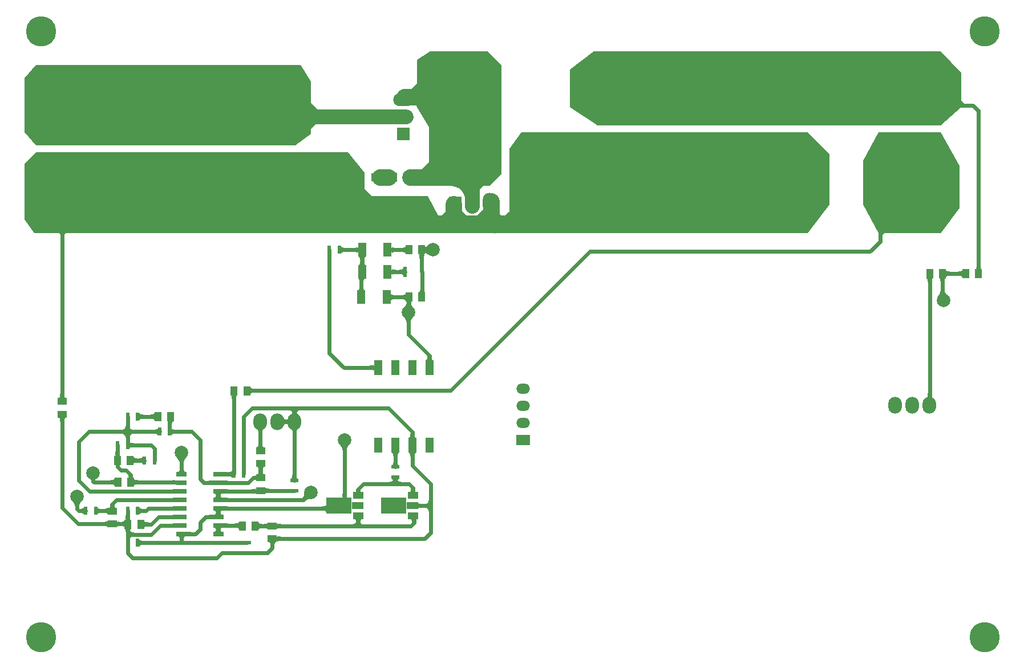
<source format=gtl>
G04 Layer_Physical_Order=1*
G04 Layer_Color=255*
%FSAX23Y23*%
%MOIN*%
G70*
G01*
G75*
%ADD10R,0.039X0.057*%
%ADD11R,0.020X0.049*%
%ADD12R,0.049X0.020*%
%ADD13R,0.041X0.136*%
%ADD14R,0.079X0.161*%
%ADD15R,0.057X0.039*%
%ADD16R,0.059X0.039*%
%ADD17R,0.067X0.039*%
%ADD18R,0.150X0.098*%
%ADD19R,0.051X0.087*%
%ADD20R,0.020X0.063*%
%ADD21R,0.049X0.079*%
%ADD22R,0.060X0.026*%
%ADD23C,0.024*%
%ADD24C,0.098*%
%ADD25C,0.087*%
G04:AMPARAMS|DCode=26|XSize=90mil|YSize=21mil|CornerRadius=0mil|HoleSize=0mil|Usage=FLASHONLY|Rotation=135.000|XOffset=0mil|YOffset=0mil|HoleType=Round|Shape=Rectangle|*
%AMROTATEDRECTD26*
4,1,4,0.039,-0.025,0.025,-0.039,-0.039,0.025,-0.025,0.039,0.039,-0.025,0.0*
%
%ADD26ROTATEDRECTD26*%

G04:AMPARAMS|DCode=27|XSize=51mil|YSize=16mil|CornerRadius=0mil|HoleSize=0mil|Usage=FLASHONLY|Rotation=45.000|XOffset=0mil|YOffset=0mil|HoleType=Round|Shape=Rectangle|*
%AMROTATEDRECTD27*
4,1,4,-0.012,-0.024,-0.024,-0.012,0.012,0.024,0.024,0.012,-0.012,-0.024,0.0*
%
%ADD27ROTATEDRECTD27*%

G04:AMPARAMS|DCode=28|XSize=20mil|YSize=77mil|CornerRadius=0mil|HoleSize=0mil|Usage=FLASHONLY|Rotation=225.000|XOffset=0mil|YOffset=0mil|HoleType=Round|Shape=Rectangle|*
%AMROTATEDRECTD28*
4,1,4,-0.020,0.034,0.034,-0.020,0.020,-0.034,-0.034,0.020,-0.020,0.034,0.0*
%
%ADD28ROTATEDRECTD28*%

G04:AMPARAMS|DCode=29|XSize=10mil|YSize=30mil|CornerRadius=0mil|HoleSize=0mil|Usage=FLASHONLY|Rotation=135.000|XOffset=0mil|YOffset=0mil|HoleType=Round|Shape=Rectangle|*
%AMROTATEDRECTD29*
4,1,4,0.014,0.007,-0.007,-0.014,-0.014,-0.007,0.007,0.014,0.014,0.007,0.0*
%
%ADD29ROTATEDRECTD29*%

G04:AMPARAMS|DCode=30|XSize=10mil|YSize=98mil|CornerRadius=0mil|HoleSize=0mil|Usage=FLASHONLY|Rotation=135.000|XOffset=0mil|YOffset=0mil|HoleType=Round|Shape=Rectangle|*
%AMROTATEDRECTD30*
4,1,4,0.038,0.031,-0.031,-0.038,-0.038,-0.031,0.031,0.038,0.038,0.031,0.0*
%
%ADD30ROTATEDRECTD30*%

G04:AMPARAMS|DCode=31|XSize=10mil|YSize=98mil|CornerRadius=0mil|HoleSize=0mil|Usage=FLASHONLY|Rotation=45.000|XOffset=0mil|YOffset=0mil|HoleType=Round|Shape=Rectangle|*
%AMROTATEDRECTD31*
4,1,4,0.031,-0.038,-0.038,0.031,-0.031,0.038,0.038,-0.031,0.031,-0.038,0.0*
%
%ADD31ROTATEDRECTD31*%

G04:AMPARAMS|DCode=32|XSize=90mil|YSize=21mil|CornerRadius=0mil|HoleSize=0mil|Usage=FLASHONLY|Rotation=45.000|XOffset=0mil|YOffset=0mil|HoleType=Round|Shape=Rectangle|*
%AMROTATEDRECTD32*
4,1,4,-0.025,-0.039,-0.039,-0.025,0.025,0.039,0.039,0.025,-0.025,-0.039,0.0*
%
%ADD32ROTATEDRECTD32*%

G04:AMPARAMS|DCode=33|XSize=148mil|YSize=69mil|CornerRadius=0mil|HoleSize=0mil|Usage=FLASHONLY|Rotation=135.000|XOffset=0mil|YOffset=0mil|HoleType=Round|Shape=Rectangle|*
%AMROTATEDRECTD33*
4,1,4,0.077,-0.028,0.028,-0.077,-0.077,0.028,-0.028,0.077,0.077,-0.028,0.0*
%
%ADD33ROTATEDRECTD33*%

G04:AMPARAMS|DCode=34|XSize=42mil|YSize=42mil|CornerRadius=0mil|HoleSize=0mil|Usage=FLASHONLY|Rotation=45.000|XOffset=0mil|YOffset=0mil|HoleType=Round|Shape=Rectangle|*
%AMROTATEDRECTD34*
4,1,4,0.000,-0.030,-0.030,0.000,0.000,0.030,0.030,0.000,0.000,-0.030,0.0*
%
%ADD34ROTATEDRECTD34*%

G04:AMPARAMS|DCode=35|XSize=35mil|YSize=132mil|CornerRadius=0mil|HoleSize=0mil|Usage=FLASHONLY|Rotation=135.000|XOffset=0mil|YOffset=0mil|HoleType=Round|Shape=Rectangle|*
%AMROTATEDRECTD35*
4,1,4,0.059,0.034,-0.034,-0.059,-0.059,-0.034,0.034,0.059,0.059,0.034,0.0*
%
%ADD35ROTATEDRECTD35*%

G04:AMPARAMS|DCode=36|XSize=78mil|YSize=69mil|CornerRadius=0mil|HoleSize=0mil|Usage=FLASHONLY|Rotation=225.000|XOffset=0mil|YOffset=0mil|HoleType=Round|Shape=Rectangle|*
%AMROTATEDRECTD36*
4,1,4,0.003,0.052,0.052,0.003,-0.003,-0.052,-0.052,-0.003,0.003,0.052,0.0*
%
%ADD36ROTATEDRECTD36*%

G04:AMPARAMS|DCode=37|XSize=126mil|YSize=31mil|CornerRadius=0mil|HoleSize=0mil|Usage=FLASHONLY|Rotation=135.000|XOffset=0mil|YOffset=0mil|HoleType=Round|Shape=Rectangle|*
%AMROTATEDRECTD37*
4,1,4,0.056,-0.033,0.033,-0.056,-0.056,0.033,-0.033,0.056,0.056,-0.033,0.0*
%
%ADD37ROTATEDRECTD37*%

G04:AMPARAMS|DCode=38|XSize=126mil|YSize=31mil|CornerRadius=0mil|HoleSize=0mil|Usage=FLASHONLY|Rotation=225.000|XOffset=0mil|YOffset=0mil|HoleType=Round|Shape=Rectangle|*
%AMROTATEDRECTD38*
4,1,4,0.033,0.056,0.056,0.033,-0.033,-0.056,-0.056,-0.033,0.033,0.056,0.0*
%
%ADD38ROTATEDRECTD38*%

G04:AMPARAMS|DCode=39|XSize=126mil|YSize=15mil|CornerRadius=0mil|HoleSize=0mil|Usage=FLASHONLY|Rotation=315.000|XOffset=0mil|YOffset=0mil|HoleType=Round|Shape=Rectangle|*
%AMROTATEDRECTD39*
4,1,4,-0.050,0.039,-0.039,0.050,0.050,-0.039,0.039,-0.050,-0.050,0.039,0.0*
%
%ADD39ROTATEDRECTD39*%

%ADD40C,0.112*%
%ADD41O,0.079X0.098*%
%ADD42C,0.177*%
%ADD43C,0.157*%
%ADD44O,0.118X0.074*%
%ADD45R,0.074X0.074*%
%ADD46R,0.078X0.078*%
%ADD47O,0.078X0.118*%
%ADD48R,0.079X0.059*%
%ADD49O,0.079X0.059*%
%ADD50C,0.079*%
G36*
X02460Y02039D02*
X02460Y02039D01*
X02459Y02040D01*
X02458Y02041D01*
X02456Y02041D01*
X02454Y02042D01*
X02451Y02042D01*
X02445Y02042D01*
X02436Y02043D01*
Y02066D01*
X02441Y02066D01*
X02445Y02067D01*
X02448Y02067D01*
X02451Y02068D01*
X02454Y02069D01*
X02456Y02070D01*
X02458Y02072D01*
X02459Y02074D01*
X02460Y02076D01*
X02460Y02078D01*
Y02039D01*
D02*
G37*
G36*
X02990Y02038D02*
X02991Y02034D01*
X02991Y02030D01*
X02992Y02027D01*
X02993Y02025D01*
X02995Y02022D01*
X02996Y02021D01*
X02998Y02020D01*
X03000Y02019D01*
X03002Y02019D01*
X02955D01*
X02957Y02019D01*
X02959Y02020D01*
X02961Y02021D01*
X02962Y02022D01*
X02964Y02025D01*
X02965Y02027D01*
X02966Y02030D01*
X02966Y02034D01*
X02967Y02038D01*
X02967Y02042D01*
X02990D01*
X02990Y02038D01*
D02*
G37*
G36*
X02262Y02041D02*
X02260Y02041D01*
X02258Y02040D01*
X02257Y02038D01*
X02256Y02036D01*
X02254Y02033D01*
X02254Y02030D01*
X02254Y02029D01*
X02254Y02029D01*
X02254Y02026D01*
X02256Y02023D01*
X02257Y02021D01*
X02258Y02019D01*
X02260Y02018D01*
X02262Y02017D01*
X02264Y02017D01*
X02217D01*
X02219Y02017D01*
X02221Y02018D01*
X02223Y02019D01*
X02225Y02021D01*
X02226Y02023D01*
X02227Y02026D01*
X02228Y02029D01*
X02228Y02029D01*
X02228Y02030D01*
X02227Y02033D01*
X02226Y02036D01*
X02225Y02038D01*
X02223Y02040D01*
X02221Y02041D01*
X02219Y02041D01*
X02217Y02042D01*
X02264D01*
X02262Y02041D01*
D02*
G37*
G36*
X02517Y02076D02*
X02518Y02075D01*
X02519Y02074D01*
X02521Y02073D01*
X02523Y02072D01*
X02525Y02071D01*
X02528Y02071D01*
X02532Y02070D01*
X02540Y02070D01*
Y02046D01*
X02536Y02046D01*
X02528Y02046D01*
X02525Y02045D01*
X02523Y02044D01*
X02521Y02044D01*
X02519Y02043D01*
X02518Y02041D01*
X02517Y02040D01*
X02517Y02039D01*
Y02078D01*
X02517Y02076D01*
D02*
G37*
G36*
X03071Y02064D02*
X03072Y02058D01*
X03072Y02055D01*
X03073Y02053D01*
X03074Y02051D01*
X03075Y02050D01*
X03076Y02049D01*
X03077Y02048D01*
X03079Y02048D01*
X03039D01*
X03041Y02048D01*
X03042Y02049D01*
X03043Y02050D01*
X03045Y02051D01*
X03045Y02053D01*
X03046Y02055D01*
X03047Y02058D01*
X03047Y02061D01*
X03047Y02064D01*
X03047Y02068D01*
X03071D01*
X03071Y02064D01*
D02*
G37*
G36*
X02271Y02067D02*
X02272Y02067D01*
X02273Y02067D01*
X02277Y02066D01*
X02294Y02066D01*
Y02043D01*
X02271Y02042D01*
Y02067D01*
X02271Y02067D01*
D02*
G37*
G36*
X01997Y02042D02*
X01997Y02042D01*
X01996Y02042D01*
X01995Y02042D01*
X01991Y02042D01*
X01974Y02043D01*
Y02066D01*
X01997Y02067D01*
Y02042D01*
D02*
G37*
G36*
X01634Y01975D02*
X01634Y01972D01*
X01635Y01968D01*
X01636Y01965D01*
X01637Y01963D01*
X01638Y01961D01*
X01639Y01960D01*
X01640Y01959D01*
X01642Y01958D01*
X01644Y01958D01*
X01600D01*
X01602Y01958D01*
X01604Y01959D01*
X01606Y01960D01*
X01607Y01961D01*
X01608Y01963D01*
X01609Y01965D01*
X01609Y01968D01*
X01610Y01972D01*
X01610Y01975D01*
X01610Y01979D01*
X01634D01*
X01634Y01975D01*
D02*
G37*
G36*
X03408Y01988D02*
X03408Y01986D01*
X03410Y01985D01*
X03411Y01984D01*
X03413Y01983D01*
X03416Y01983D01*
X03419Y01982D01*
X03423Y01982D01*
X03431Y01981D01*
Y01958D01*
X03427Y01958D01*
X03419Y01957D01*
X03416Y01957D01*
X03413Y01956D01*
X03411Y01955D01*
X03410Y01954D01*
X03408Y01953D01*
X03408Y01951D01*
X03408Y01950D01*
Y01989D01*
X03408Y01988D01*
D02*
G37*
G36*
X02271Y01967D02*
X02272Y01967D01*
X02273Y01967D01*
X02277Y01966D01*
X02294Y01966D01*
Y01943D01*
X02271Y01942D01*
Y01967D01*
X02271Y01967D01*
D02*
G37*
G36*
X01440Y01993D02*
X01437Y01990D01*
X01435Y01987D01*
X01433Y01984D01*
X01431Y01981D01*
X01430Y01977D01*
X01429Y01974D01*
X01428Y01970D01*
X01427Y01967D01*
X01427Y01964D01*
X01404D01*
X01404Y01967D01*
X01403Y01970D01*
X01402Y01974D01*
X01401Y01977D01*
X01400Y01981D01*
X01398Y01984D01*
X01396Y01987D01*
X01394Y01990D01*
X01391Y01993D01*
X01388Y01997D01*
X01443D01*
X01440Y01993D01*
D02*
G37*
G36*
X02780Y02009D02*
X02776Y02009D01*
X02772Y02009D01*
X02768Y02008D01*
X02765Y02007D01*
X02762Y02006D01*
X02758Y02005D01*
X02755Y02003D01*
X02752Y02001D01*
X02749Y01999D01*
X02747Y01997D01*
X02730Y02013D01*
X02733Y02016D01*
X02735Y02019D01*
X02737Y02022D01*
X02738Y02025D01*
X02740Y02028D01*
X02741Y02032D01*
X02742Y02035D01*
X02742Y02039D01*
X02742Y02043D01*
X02742Y02046D01*
X02780Y02009D01*
D02*
G37*
G36*
X02271Y02017D02*
X02272Y02017D01*
X02273Y02017D01*
X02277Y02016D01*
X02294Y02016D01*
Y01993D01*
X02271Y01992D01*
Y02017D01*
X02271Y02017D01*
D02*
G37*
G36*
X01997Y01992D02*
X01997Y01992D01*
X01996Y01992D01*
X01995Y01992D01*
X01991Y01992D01*
X01974Y01993D01*
Y02016D01*
X01997Y02017D01*
Y01992D01*
D02*
G37*
G36*
X02697Y02146D02*
X02697Y02142D01*
X02698Y02139D01*
X02699Y02135D01*
X02700Y02133D01*
X02701Y02131D01*
X02703Y02129D01*
X02705Y02128D01*
X02707Y02127D01*
X02709Y02127D01*
X02662D01*
X02664Y02127D01*
X02666Y02128D01*
X02668Y02129D01*
X02669Y02131D01*
X02670Y02133D01*
X02671Y02135D01*
X02672Y02139D01*
X02673Y02142D01*
X02673Y02146D01*
X02673Y02151D01*
X02697D01*
X02697Y02146D01*
D02*
G37*
G36*
X02460Y02118D02*
X02460Y02119D01*
X02459Y02119D01*
X02459Y02120D01*
X02458Y02120D01*
X02456Y02120D01*
X02455Y02121D01*
X02453Y02121D01*
X02448Y02121D01*
X02445Y02121D01*
Y02145D01*
X02448Y02145D01*
X02455Y02145D01*
X02456Y02146D01*
X02458Y02146D01*
X02459Y02146D01*
X02459Y02147D01*
X02460Y02147D01*
X02460Y02148D01*
Y02118D01*
D02*
G37*
G36*
X01523Y02125D02*
X01523Y02125D01*
X01523Y02124D01*
X01523Y02123D01*
X01522Y02122D01*
X01522Y02118D01*
X01522Y02114D01*
X01522Y02111D01*
X01498D01*
X01498Y02114D01*
X01498Y02122D01*
X01497Y02123D01*
X01497Y02124D01*
X01497Y02125D01*
X01497Y02125D01*
X01496Y02126D01*
X01524D01*
X01523Y02125D01*
D02*
G37*
G36*
X02321Y02132D02*
X02321Y02134D01*
X02320Y02136D01*
X02319Y02137D01*
X02317Y02139D01*
X02315Y02140D01*
X02313Y02141D01*
X02310Y02142D01*
X02306Y02142D01*
X02302Y02142D01*
X02298Y02143D01*
Y02166D01*
X02302Y02166D01*
X02306Y02167D01*
X02310Y02167D01*
X02313Y02168D01*
X02315Y02169D01*
X02317Y02170D01*
X02319Y02172D01*
X02320Y02174D01*
X02321Y02176D01*
X02321Y02178D01*
Y02132D01*
D02*
G37*
G36*
X02510Y02198D02*
X02508Y02197D01*
X02506Y02196D01*
X02504Y02194D01*
X02503Y02192D01*
X02502Y02190D01*
X02501Y02187D01*
X02501Y02183D01*
X02500Y02179D01*
X02500Y02175D01*
X02500Y02172D01*
X02501Y02168D01*
X02501Y02164D01*
X02502Y02161D01*
X02503Y02158D01*
X02504Y02156D01*
X02506Y02155D01*
X02508Y02153D01*
X02510Y02153D01*
X02512Y02153D01*
X02465D01*
X02467Y02153D01*
X02469Y02153D01*
X02471Y02155D01*
X02472Y02156D01*
X02474Y02158D01*
X02475Y02161D01*
X02475Y02164D01*
X02476Y02168D01*
X02476Y02172D01*
X02477Y02175D01*
X02476Y02179D01*
X02476Y02183D01*
X02475Y02187D01*
X02475Y02190D01*
X02474Y02192D01*
X02472Y02194D01*
X02471Y02196D01*
X02469Y02197D01*
X02467Y02198D01*
X02465Y02198D01*
X02512D01*
X02510Y02198D01*
D02*
G37*
G36*
X02271Y02167D02*
X02272Y02167D01*
X02273Y02167D01*
X02277Y02166D01*
X02294Y02166D01*
Y02143D01*
X02271Y02142D01*
Y02167D01*
X02271Y02167D01*
D02*
G37*
G36*
X01740Y02146D02*
X01741Y02136D01*
X01741Y02136D01*
X01741Y02136D01*
X01716D01*
X01716Y02136D01*
X01716Y02136D01*
X01716Y02137D01*
X01716Y02138D01*
X01716Y02139D01*
X01717Y02144D01*
X01717Y02149D01*
X01740D01*
X01740Y02146D01*
D02*
G37*
G36*
X01748Y02129D02*
X01749Y02127D01*
X01750Y02125D01*
X01752Y02123D01*
X01754Y02122D01*
X01757Y02121D01*
X01760Y02120D01*
X01763Y02120D01*
X01767Y02119D01*
X01772Y02119D01*
Y02096D01*
X01767Y02095D01*
X01763Y02095D01*
X01760Y02094D01*
X01757Y02094D01*
X01754Y02093D01*
X01752Y02091D01*
X01750Y02090D01*
X01749Y02088D01*
X01748Y02086D01*
X01748Y02084D01*
Y02131D01*
X01748Y02129D01*
D02*
G37*
G36*
X01634Y02084D02*
X01634Y02086D01*
X01633Y02088D01*
X01632Y02090D01*
X01630Y02091D01*
X01628Y02093D01*
X01626Y02094D01*
X01623Y02094D01*
X01619Y02095D01*
X01615Y02095D01*
X01611Y02096D01*
Y02119D01*
X01615Y02119D01*
X01619Y02120D01*
X01623Y02120D01*
X01626Y02121D01*
X01628Y02122D01*
X01630Y02123D01*
X01632Y02125D01*
X01633Y02127D01*
X01634Y02129D01*
X01634Y02131D01*
Y02084D01*
D02*
G37*
G36*
X03390Y02067D02*
X03390Y02063D01*
X03391Y02060D01*
X03392Y02057D01*
X03393Y02054D01*
X03394Y02052D01*
X03396Y02050D01*
X03397Y02049D01*
X03399Y02048D01*
X03402Y02048D01*
X03354D01*
X03357Y02048D01*
X03359Y02049D01*
X03361Y02050D01*
X03362Y02052D01*
X03363Y02054D01*
X03364Y02057D01*
X03365Y02060D01*
X03366Y02063D01*
X03366Y02067D01*
X03366Y02072D01*
X03390D01*
X03390Y02067D01*
D02*
G37*
G36*
X03288Y02128D02*
X03288Y02127D01*
X03299D01*
X03297Y02127D01*
X03295Y02126D01*
X03293Y02125D01*
X03292Y02123D01*
X03291Y02121D01*
X03290Y02120D01*
X03291Y02118D01*
X03293Y02115D01*
X03296Y02113D01*
X03299Y02111D01*
X03303Y02110D01*
X03307Y02110D01*
X03311Y02109D01*
X03276Y02086D01*
X03240Y02109D01*
X03245Y02110D01*
X03249Y02110D01*
X03252Y02111D01*
X03255Y02113D01*
X03258Y02115D01*
X03260Y02118D01*
X03261Y02120D01*
X03261Y02121D01*
X03260Y02123D01*
X03258Y02125D01*
X03256Y02126D01*
X03254Y02127D01*
X03252Y02127D01*
X03263D01*
X03264Y02128D01*
X03264Y02133D01*
X03288D01*
X03288Y02128D01*
D02*
G37*
G36*
X02271Y02117D02*
X02272Y02117D01*
X02273Y02117D01*
X02277Y02116D01*
X02294Y02116D01*
Y02093D01*
X02271Y02092D01*
Y02117D01*
X02271Y02117D01*
D02*
G37*
G36*
X02211Y02092D02*
X02211Y02092D01*
X02210Y02092D01*
X02209Y02092D01*
X02205Y02092D01*
X02187Y02093D01*
Y02116D01*
X02211Y02117D01*
Y02092D01*
D02*
G37*
G36*
X01997Y02117D02*
Y02092D01*
X01997Y02092D01*
X01996Y02093D01*
X01995Y02094D01*
X01994Y02094D01*
X01991Y02095D01*
X01989Y02095D01*
X01982Y02095D01*
X01974Y02096D01*
Y02119D01*
X01997Y02117D01*
D02*
G37*
G36*
Y01942D02*
X01997Y01942D01*
X01996Y01942D01*
X01995Y01942D01*
X01991Y01942D01*
X01974Y01943D01*
Y01966D01*
X01997Y01967D01*
Y01942D01*
D02*
G37*
G36*
X02529Y01832D02*
X02529Y01833D01*
X02528Y01835D01*
X02527Y01836D01*
X02525Y01837D01*
X02523Y01838D01*
X02520Y01838D01*
X02517Y01839D01*
X02514Y01839D01*
X02505Y01840D01*
Y01863D01*
X02510Y01863D01*
X02517Y01864D01*
X02520Y01865D01*
X02523Y01865D01*
X02525Y01866D01*
X02527Y01867D01*
X02528Y01868D01*
X02529Y01870D01*
X02529Y01871D01*
Y01832D01*
D02*
G37*
G36*
X02363Y01831D02*
X02362Y01833D01*
X02362Y01835D01*
X02360Y01837D01*
X02359Y01838D01*
X02357Y01840D01*
X02354Y01841D01*
X02351Y01842D01*
X02347Y01842D01*
X02343Y01842D01*
X02339Y01843D01*
Y01866D01*
X02343Y01866D01*
X02347Y01867D01*
X02351Y01867D01*
X02354Y01868D01*
X02357Y01869D01*
X02359Y01870D01*
X02360Y01872D01*
X02362Y01874D01*
X02362Y01876D01*
X02363Y01878D01*
Y01831D01*
D02*
G37*
G36*
X02477Y01873D02*
X02477Y01871D01*
X02479Y01869D01*
X02480Y01868D01*
X02482Y01866D01*
X02485Y01865D01*
X02488Y01864D01*
X02492Y01864D01*
X02496Y01863D01*
X02500Y01863D01*
Y01840D01*
X02496Y01840D01*
X02492Y01839D01*
X02488Y01839D01*
X02485Y01838D01*
X02482Y01837D01*
X02480Y01835D01*
X02479Y01834D01*
X02477Y01832D01*
X02477Y01830D01*
X02476Y01828D01*
Y01875D01*
X02477Y01873D01*
D02*
G37*
G36*
X02586Y01870D02*
X02587Y01868D01*
X02588Y01867D01*
X02589Y01866D01*
X02592Y01865D01*
X02594Y01865D01*
X02597Y01864D01*
X02601Y01864D01*
X02609Y01863D01*
Y01840D01*
X02605Y01840D01*
X02597Y01839D01*
X02594Y01838D01*
X02592Y01838D01*
X02589Y01837D01*
X02588Y01836D01*
X02587Y01835D01*
X02586Y01833D01*
X02586Y01832D01*
Y01871D01*
X02586Y01870D01*
D02*
G37*
G36*
X01997Y01842D02*
X01997Y01842D01*
X01996Y01842D01*
X01995Y01842D01*
X01991Y01842D01*
X01974Y01843D01*
Y01866D01*
X01997Y01867D01*
Y01842D01*
D02*
G37*
G36*
X03081Y01891D02*
X03079Y01890D01*
X03077Y01889D01*
X03075Y01887D01*
X03074Y01885D01*
X03073Y01883D01*
X03072Y01879D01*
X03072Y01876D01*
X03072Y01875D01*
X03072Y01872D01*
X03073Y01869D01*
X03074Y01867D01*
X03075Y01865D01*
X03076Y01864D01*
X03077Y01864D01*
X03079Y01863D01*
X03059Y01840D01*
X03024Y01863D01*
X03028Y01864D01*
X03032Y01864D01*
X03036Y01865D01*
X03039Y01867D01*
X03041Y01869D01*
X03044Y01872D01*
X03045Y01875D01*
X03046Y01878D01*
X03046Y01879D01*
X03046Y01879D01*
X03046Y01883D01*
X03044Y01885D01*
X03043Y01887D01*
X03042Y01889D01*
X03040Y01890D01*
X03038Y01891D01*
X03036Y01891D01*
X03083D01*
X03081Y01891D01*
D02*
G37*
G36*
X01807Y01883D02*
X01808Y01881D01*
X01809Y01879D01*
X01811Y01877D01*
X01813Y01876D01*
X01816Y01875D01*
X01819Y01874D01*
X01822Y01874D01*
X01826Y01873D01*
X01831Y01873D01*
Y01849D01*
X01826Y01849D01*
X01822Y01849D01*
X01819Y01848D01*
X01816Y01848D01*
X01813Y01847D01*
X01811Y01845D01*
X01809Y01844D01*
X01808Y01842D01*
X01807Y01840D01*
X01807Y01838D01*
Y01885D01*
X01807Y01883D01*
D02*
G37*
G36*
X02586Y01795D02*
X02587Y01793D01*
X02588Y01792D01*
X02589Y01791D01*
X02592Y01790D01*
X02594Y01790D01*
X02597Y01789D01*
X02601Y01789D01*
X02609Y01788D01*
Y01765D01*
X02605Y01765D01*
X02597Y01764D01*
X02594Y01764D01*
X02592Y01763D01*
X02589Y01762D01*
X02588Y01761D01*
X02587Y01760D01*
X02586Y01759D01*
X02586Y01757D01*
Y01796D01*
X02586Y01795D01*
D02*
G37*
G36*
X02579Y01757D02*
X02577Y01756D01*
X02575Y01755D01*
X02573Y01753D01*
X02572Y01751D01*
X02571Y01749D01*
X02570Y01746D01*
X02570Y01742D01*
X02569Y01738D01*
X02569Y01733D01*
X02545D01*
X02545Y01738D01*
X02545Y01742D01*
X02544Y01746D01*
X02544Y01749D01*
X02542Y01751D01*
X02541Y01753D01*
X02540Y01755D01*
X02538Y01756D01*
X02536Y01757D01*
X02534Y01757D01*
X02581D01*
X02579Y01757D01*
D02*
G37*
G36*
X01780Y01774D02*
X01781Y01772D01*
X01782Y01771D01*
X01783Y01769D01*
X01785Y01768D01*
X01788Y01767D01*
X01791Y01766D01*
X01795Y01765D01*
X01799Y01765D01*
X01803Y01765D01*
Y01741D01*
X01799Y01741D01*
X01795Y01741D01*
X01791Y01740D01*
X01788Y01739D01*
X01785Y01738D01*
X01783Y01737D01*
X01782Y01735D01*
X01781Y01734D01*
X01780Y01732D01*
X01780Y01729D01*
Y01777D01*
X01780Y01774D01*
D02*
G37*
G36*
X01725Y01833D02*
X01725Y01833D01*
X01732D01*
X01731Y01833D01*
X01730Y01832D01*
X01728Y01831D01*
X01727Y01829D01*
X01727Y01827D01*
X01726Y01827D01*
X01727Y01826D01*
X01728Y01823D01*
X01730Y01820D01*
X01733Y01818D01*
X01736Y01816D01*
X01740Y01815D01*
X01744Y01814D01*
X01748Y01814D01*
Y01790D01*
X01744Y01790D01*
X01740Y01789D01*
X01736Y01788D01*
X01733Y01787D01*
X01730Y01785D01*
X01728Y01782D01*
X01727Y01779D01*
X01726Y01775D01*
X01725Y01771D01*
X01725Y01767D01*
X01701Y01802D01*
X01706Y01809D01*
X01701D01*
X01701Y01814D01*
X01700Y01821D01*
X01700Y01824D01*
X01699Y01827D01*
X01698Y01829D01*
X01697Y01831D01*
X01696Y01832D01*
X01695Y01833D01*
X01693Y01833D01*
X01721D01*
X01725Y01838D01*
X01725Y01833D01*
D02*
G37*
G36*
X02262Y01841D02*
X02260Y01841D01*
X02258Y01840D01*
X02257Y01838D01*
X02256Y01836D01*
X02254Y01833D01*
X02254Y01830D01*
X02254Y01829D01*
X02254Y01829D01*
X02254Y01826D01*
X02256Y01823D01*
X02257Y01821D01*
X02258Y01819D01*
X02260Y01818D01*
X02262Y01817D01*
X02264Y01817D01*
X02217D01*
X02219Y01817D01*
X02221Y01818D01*
X02223Y01819D01*
X02225Y01821D01*
X02226Y01823D01*
X02227Y01826D01*
X02228Y01829D01*
X02228Y01829D01*
X02228Y01830D01*
X02227Y01833D01*
X02226Y01836D01*
X02225Y01838D01*
X02223Y01840D01*
X02221Y01841D01*
X02219Y01841D01*
X02217Y01842D01*
X02264D01*
X02262Y01841D01*
D02*
G37*
G36*
X02057Y01817D02*
X02058Y01817D01*
X02059Y01817D01*
X02063Y01816D01*
X02081Y01816D01*
Y01793D01*
X02057Y01792D01*
Y01817D01*
X02057Y01817D01*
D02*
G37*
G36*
X02049Y01791D02*
X02047Y01791D01*
X02045Y01790D01*
X02043Y01788D01*
X02042Y01786D01*
X02041Y01783D01*
X02040Y01780D01*
X02040Y01777D01*
X02039Y01773D01*
X02039Y01768D01*
X02015D01*
X02015Y01773D01*
X02015Y01777D01*
X02014Y01780D01*
X02014Y01783D01*
X02012Y01786D01*
X02011Y01788D01*
X02010Y01790D01*
X02008Y01791D01*
X02006Y01791D01*
X02004Y01792D01*
X02051D01*
X02049Y01791D01*
D02*
G37*
G36*
X01780Y01961D02*
X01781Y01959D01*
X01782Y01958D01*
X01783Y01956D01*
X01785Y01955D01*
X01788Y01954D01*
X01791Y01953D01*
X01795Y01952D01*
X01799Y01952D01*
X01803Y01952D01*
Y01928D01*
X01799Y01928D01*
X01795Y01928D01*
X01791Y01927D01*
X01788Y01926D01*
X01785Y01925D01*
X01783Y01924D01*
X01782Y01922D01*
X01781Y01921D01*
X01780Y01919D01*
X01780Y01916D01*
Y01964D01*
X01780Y01961D01*
D02*
G37*
G36*
X01534D02*
X01534Y01959D01*
X01536Y01958D01*
X01537Y01956D01*
X01539Y01955D01*
X01542Y01954D01*
X01545Y01953D01*
X01549Y01952D01*
X01553Y01952D01*
X01557Y01952D01*
Y01928D01*
X01553Y01928D01*
X01549Y01928D01*
X01545Y01927D01*
X01542Y01926D01*
X01539Y01925D01*
X01537Y01924D01*
X01536Y01922D01*
X01534Y01921D01*
X01534Y01919D01*
X01533Y01916D01*
Y01964D01*
X01534Y01961D01*
D02*
G37*
G36*
X01455Y01916D02*
X01455Y01919D01*
X01454Y01921D01*
X01453Y01922D01*
X01451Y01924D01*
X01449Y01925D01*
X01446Y01926D01*
X01443Y01927D01*
X01440Y01928D01*
X01436Y01928D01*
X01431Y01928D01*
Y01952D01*
X01436Y01952D01*
X01440Y01952D01*
X01443Y01953D01*
X01446Y01954D01*
X01449Y01955D01*
X01451Y01956D01*
X01453Y01958D01*
X01454Y01959D01*
X01455Y01961D01*
X01455Y01964D01*
Y01916D01*
D02*
G37*
G36*
X02262Y01941D02*
X02260Y01941D01*
X02258Y01940D01*
X02257Y01938D01*
X02256Y01936D01*
X02254Y01933D01*
X02254Y01930D01*
X02254Y01929D01*
X02254Y01929D01*
X02254Y01926D01*
X02256Y01923D01*
X02257Y01921D01*
X02258Y01919D01*
X02260Y01918D01*
X02262Y01917D01*
X02264Y01917D01*
X02217D01*
X02219Y01917D01*
X02221Y01918D01*
X02223Y01919D01*
X02225Y01921D01*
X02226Y01923D01*
X02227Y01926D01*
X02228Y01929D01*
X02228Y01929D01*
X02228Y01930D01*
X02227Y01933D01*
X02226Y01936D01*
X02225Y01938D01*
X02223Y01940D01*
X02221Y01941D01*
X02219Y01941D01*
X02217Y01942D01*
X02264D01*
X02262Y01941D01*
D02*
G37*
G36*
X03494Y01970D02*
X03471Y01934D01*
X03470Y01939D01*
X03470Y01943D01*
X03469Y01946D01*
X03467Y01949D01*
X03465Y01952D01*
X03462Y01954D01*
X03459Y01956D01*
X03456Y01957D01*
X03451Y01958D01*
X03447Y01958D01*
Y01981D01*
X03451Y01982D01*
X03456Y01982D01*
X03459Y01984D01*
X03462Y01985D01*
X03465Y01987D01*
X03467Y01990D01*
X03469Y01993D01*
X03470Y01996D01*
X03470Y02001D01*
X03471Y02005D01*
X03494Y01970D01*
D02*
G37*
G36*
X02872Y01931D02*
X02872Y01933D01*
X02871Y01935D01*
X02870Y01937D01*
X02869Y01938D01*
X02867Y01940D01*
X02864Y01941D01*
X02861Y01942D01*
X02857Y01942D01*
X02853Y01942D01*
X02849Y01943D01*
Y01966D01*
X02853Y01966D01*
X02857Y01967D01*
X02861Y01967D01*
X02864Y01968D01*
X02867Y01969D01*
X02869Y01970D01*
X02870Y01972D01*
X02871Y01974D01*
X02872Y01976D01*
X02872Y01978D01*
Y01931D01*
D02*
G37*
G36*
X01594Y01919D02*
X01594Y01920D01*
X01593Y01922D01*
X01592Y01923D01*
X01590Y01925D01*
X01588Y01926D01*
X01585Y01927D01*
X01582Y01927D01*
X01579Y01928D01*
X01575Y01928D01*
X01570Y01928D01*
Y01952D01*
X01575Y01952D01*
X01585Y01953D01*
X01588Y01953D01*
X01590Y01954D01*
X01592Y01955D01*
X01593Y01956D01*
X01594Y01957D01*
X01594Y01958D01*
Y01919D01*
D02*
G37*
G36*
X03402Y01891D02*
X03401Y01890D01*
X03400Y01889D01*
X03399Y01888D01*
X03398Y01886D01*
X03397Y01884D01*
X03397Y01881D01*
X03396Y01878D01*
X03396Y01875D01*
X03396Y01871D01*
X03372D01*
X03372Y01875D01*
X03371Y01881D01*
X03371Y01884D01*
X03370Y01886D01*
X03369Y01888D01*
X03368Y01889D01*
X03367Y01890D01*
X03366Y01891D01*
X03364Y01891D01*
X03404D01*
X03402Y01891D01*
D02*
G37*
G36*
X01594Y01844D02*
X01594Y01845D01*
X01593Y01846D01*
X01592Y01848D01*
X01590Y01849D01*
X01588Y01850D01*
X01585Y01850D01*
X01582Y01851D01*
X01579Y01851D01*
X01570Y01851D01*
Y01875D01*
X01575Y01875D01*
X01582Y01876D01*
X01585Y01876D01*
X01588Y01877D01*
X01590Y01878D01*
X01592Y01879D01*
X01593Y01880D01*
X01594Y01881D01*
X01594Y01883D01*
Y01844D01*
D02*
G37*
G36*
X02271Y01867D02*
X02272Y01867D01*
X02273Y01867D01*
X02277Y01866D01*
X02294Y01866D01*
Y01843D01*
X02271Y01842D01*
Y01867D01*
X02271Y01867D01*
D02*
G37*
G36*
X01693Y01840D02*
X01693Y01842D01*
X01692Y01844D01*
X01691Y01846D01*
X01690Y01847D01*
X01687Y01849D01*
X01685Y01850D01*
X01682Y01850D01*
X01678Y01851D01*
X01674Y01851D01*
X01671Y01851D01*
X01670Y01851D01*
X01662Y01851D01*
X01659Y01850D01*
X01657Y01850D01*
X01654Y01849D01*
X01653Y01848D01*
X01652Y01846D01*
X01651Y01845D01*
X01651Y01844D01*
Y01883D01*
X01651Y01881D01*
X01652Y01880D01*
X01653Y01879D01*
X01654Y01878D01*
X01657Y01877D01*
X01659Y01876D01*
X01662Y01876D01*
X01666Y01875D01*
X01672Y01875D01*
X01674Y01875D01*
X01678Y01876D01*
X01682Y01876D01*
X01685Y01877D01*
X01687Y01878D01*
X01690Y01879D01*
X01691Y01881D01*
X01692Y01883D01*
X01693Y01885D01*
X01693Y01887D01*
Y01840D01*
D02*
G37*
G36*
X02211Y01892D02*
X02211Y01892D01*
X02210Y01892D01*
X02209Y01892D01*
X02205Y01892D01*
X02187Y01893D01*
Y01916D01*
X02211Y01917D01*
Y01892D01*
D02*
G37*
G36*
X01997D02*
X01997Y01892D01*
X01996Y01892D01*
X01995Y01892D01*
X01991Y01892D01*
X01974Y01893D01*
Y01916D01*
X01997Y01917D01*
Y01892D01*
D02*
G37*
G36*
X01723Y01909D02*
X01723Y01901D01*
X01724Y01898D01*
X01725Y01896D01*
X01726Y01894D01*
X01727Y01892D01*
X01729Y01891D01*
X01730Y01890D01*
X01732Y01890D01*
X01693D01*
X01694Y01890D01*
X01695Y01891D01*
X01696Y01892D01*
X01697Y01894D01*
X01698Y01896D01*
X01698Y01898D01*
X01698Y01901D01*
X01699Y01909D01*
X01699Y01913D01*
X01723D01*
X01723Y01909D01*
D02*
G37*
G36*
X06491Y03299D02*
X06489Y03298D01*
X06488Y03297D01*
X06487Y03296D01*
X06486Y03294D01*
X06486Y03291D01*
X06485Y03288D01*
X06485Y03284D01*
X06484Y03276D01*
X06461D01*
X06461Y03280D01*
X06460Y03288D01*
X06460Y03291D01*
X06459Y03294D01*
X06458Y03296D01*
X06457Y03297D01*
X06456Y03298D01*
X06455Y03299D01*
X06453Y03299D01*
X06492D01*
X06491Y03299D01*
D02*
G37*
G36*
X06416D02*
X06415Y03298D01*
X06413Y03297D01*
X06412Y03296D01*
X06412Y03294D01*
X06411Y03291D01*
X06410Y03288D01*
X06410Y03284D01*
X06410Y03276D01*
X06386D01*
X06386Y03280D01*
X06385Y03288D01*
X06385Y03291D01*
X06384Y03294D01*
X06383Y03296D01*
X06382Y03297D01*
X06381Y03298D01*
X06380Y03299D01*
X06378Y03299D01*
X06417D01*
X06416Y03299D01*
D02*
G37*
G36*
X03098Y03298D02*
X03096Y03298D01*
X03095Y03296D01*
X03093Y03295D01*
X03092Y03293D01*
X03091Y03290D01*
X03090Y03287D01*
X03089Y03283D01*
X03089Y03279D01*
X03089Y03275D01*
X03065D01*
X03065Y03279D01*
X03064Y03287D01*
X03064Y03290D01*
X03063Y03293D01*
X03062Y03295D01*
X03061Y03296D01*
X03060Y03297D01*
X03059Y03298D01*
X03057Y03298D01*
X03101Y03299D01*
X03098Y03298D01*
D02*
G37*
G36*
X06492Y03349D02*
X06493Y03347D01*
X06494Y03345D01*
X06496Y03344D01*
X06498Y03343D01*
X06501Y03342D01*
X06504Y03341D01*
X06507Y03340D01*
X06511Y03340D01*
X06516Y03340D01*
Y03316D01*
X06511Y03316D01*
X06507Y03316D01*
X06504Y03315D01*
X06501Y03314D01*
X06498Y03313D01*
X06496Y03312D01*
X06494Y03310D01*
X06493Y03308D01*
X06492Y03306D01*
X06492Y03304D01*
Y03351D01*
X06492Y03349D01*
D02*
G37*
G36*
X03321Y03314D02*
X03321Y03316D01*
X03320Y03318D01*
X03319Y03320D01*
X03317Y03322D01*
X03315Y03323D01*
X03313Y03324D01*
X03310Y03325D01*
X03306Y03325D01*
X03302Y03326D01*
X03298Y03326D01*
Y03349D01*
X03302Y03350D01*
X03306Y03350D01*
X03310Y03351D01*
X03313Y03351D01*
X03315Y03352D01*
X03317Y03354D01*
X03319Y03355D01*
X03320Y03357D01*
X03321Y03359D01*
X03321Y03361D01*
Y03314D01*
D02*
G37*
G36*
X03254Y03359D02*
X03255Y03357D01*
X03256Y03355D01*
X03258Y03354D01*
X03260Y03352D01*
X03262Y03351D01*
X03265Y03351D01*
X03269Y03350D01*
X03273Y03350D01*
X03278Y03349D01*
Y03326D01*
X03273Y03326D01*
X03269Y03325D01*
X03265Y03325D01*
X03262Y03324D01*
X03260Y03323D01*
X03258Y03322D01*
X03256Y03320D01*
X03255Y03318D01*
X03254Y03316D01*
X03254Y03314D01*
Y03361D01*
X03254Y03359D01*
D02*
G37*
G36*
X06589Y03304D02*
X06589Y03306D01*
X06588Y03308D01*
X06587Y03310D01*
X06585Y03312D01*
X06583Y03313D01*
X06580Y03314D01*
X06577Y03315D01*
X06574Y03316D01*
X06570Y03316D01*
X06565Y03316D01*
Y03340D01*
X06570Y03340D01*
X06574Y03340D01*
X06577Y03341D01*
X06580Y03342D01*
X06583Y03343D01*
X06585Y03344D01*
X06587Y03345D01*
X06588Y03347D01*
X06589Y03349D01*
X06589Y03351D01*
Y03304D01*
D02*
G37*
G36*
X03249Y03211D02*
X03250Y03209D01*
X03251Y03208D01*
X03253Y03206D01*
X03255Y03205D01*
X03258Y03204D01*
X03261Y03203D01*
X03264Y03202D01*
X03268Y03202D01*
X03273Y03202D01*
Y03178D01*
X03268Y03178D01*
X03264Y03178D01*
X03261Y03177D01*
X03258Y03176D01*
X03255Y03175D01*
X03253Y03174D01*
X03251Y03172D01*
X03250Y03171D01*
X03249Y03169D01*
X03249Y03166D01*
Y03214D01*
X03249Y03211D01*
D02*
G37*
G36*
X03366Y03162D02*
X03366Y03162D01*
X03374D01*
X03373Y03161D01*
X03371Y03161D01*
X03370Y03159D01*
X03369Y03158D01*
X03368Y03156D01*
X03368Y03153D01*
X03367Y03153D01*
X03368Y03152D01*
X03369Y03148D01*
X03370Y03145D01*
X03372Y03141D01*
X03374Y03138D01*
X03376Y03135D01*
X03379Y03131D01*
X03381Y03128D01*
X03326Y03131D01*
X03329Y03134D01*
X03332Y03137D01*
X03335Y03140D01*
X03337Y03143D01*
X03339Y03146D01*
X03340Y03149D01*
X03341Y03153D01*
X03341Y03153D01*
X03341Y03156D01*
X03340Y03158D01*
X03339Y03159D01*
X03338Y03161D01*
X03336Y03161D01*
X03335Y03162D01*
X03343D01*
X03343Y03163D01*
X03366Y03162D01*
D02*
G37*
G36*
X03377Y03070D02*
X03374Y03067D01*
X03372Y03064D01*
X03370Y03061D01*
X03368Y03057D01*
X03367Y03054D01*
X03366Y03051D01*
X03365Y03047D01*
X03364Y03044D01*
X03364Y03040D01*
X03341D01*
X03341Y03044D01*
X03340Y03047D01*
X03339Y03051D01*
X03338Y03054D01*
X03337Y03057D01*
X03335Y03061D01*
X03333Y03064D01*
X03331Y03067D01*
X03328Y03070D01*
X03325Y03073D01*
X03380D01*
X03377Y03070D01*
D02*
G37*
G36*
X03335Y03166D02*
X03335Y03169D01*
X03334Y03171D01*
X03333Y03172D01*
X03331Y03174D01*
X03329Y03175D01*
X03326Y03176D01*
X03323Y03177D01*
X03320Y03178D01*
X03316Y03178D01*
X03311Y03178D01*
Y03202D01*
X03316Y03202D01*
X03320Y03202D01*
X03323Y03203D01*
X03326Y03204D01*
X03329Y03205D01*
X03331Y03206D01*
X03333Y03208D01*
X03334Y03209D01*
X03335Y03211D01*
X03335Y03214D01*
Y03166D01*
D02*
G37*
G36*
X03089Y03248D02*
X03089Y03244D01*
X03090Y03241D01*
X03091Y03238D01*
X03092Y03235D01*
X03093Y03233D01*
X03095Y03231D01*
X03096Y03230D01*
X03098Y03229D01*
X03101Y03229D01*
X03053D01*
X03056Y03229D01*
X03058Y03230D01*
X03059Y03231D01*
X03061Y03233D01*
X03062Y03235D01*
X03063Y03238D01*
X03064Y03241D01*
X03065Y03244D01*
X03065Y03248D01*
X03065Y03253D01*
X03089D01*
X03089Y03248D01*
D02*
G37*
G36*
X03445Y03238D02*
X03446Y03224D01*
X03446Y03222D01*
X03447Y03221D01*
X03447Y03219D01*
X03448Y03219D01*
X03449Y03218D01*
X03410D01*
X03412Y03219D01*
X03414Y03219D01*
X03416Y03221D01*
X03417Y03222D01*
X03418Y03224D01*
X03420Y03227D01*
X03420Y03230D01*
X03421Y03234D01*
X03421Y03238D01*
X03421Y03242D01*
X03445D01*
X03445Y03238D01*
D02*
G37*
G36*
X06485Y03230D02*
X06485Y03226D01*
X06486Y03223D01*
X06487Y03220D01*
X06489Y03217D01*
X06491Y03214D01*
X06493Y03211D01*
X06495Y03208D01*
X06498Y03205D01*
X06501Y03203D01*
X06447Y03195D01*
X06449Y03199D01*
X06454Y03206D01*
X06456Y03209D01*
X06457Y03213D01*
X06459Y03216D01*
X06460Y03220D01*
X06460Y03223D01*
X06461Y03227D01*
X06461Y03230D01*
X06484Y03233D01*
X06485Y03230D01*
D02*
G37*
G36*
X06463Y04155D02*
Y04155D01*
X06463D01*
X06571Y03958D01*
Y03859D01*
Y03712D01*
X06466Y03568D01*
X06463Y03564D01*
Y03564D01*
X06463Y03564D01*
X06099Y03564D01*
X06099Y03564D01*
D01*
X06010Y03731D01*
Y03987D01*
X06099Y04155D01*
X06463Y04155D01*
D02*
G37*
G36*
X03466Y03478D02*
X03468Y03478D01*
X03472Y03477D01*
Y03454D01*
X03468Y03454D01*
X03466Y03454D01*
Y03438D01*
X03463Y03441D01*
X03460Y03444D01*
X03457Y03446D01*
X03453Y03448D01*
X03452Y03449D01*
X03451Y03448D01*
X03450Y03446D01*
X03449Y03444D01*
X03449Y03442D01*
Y03450D01*
X03447Y03451D01*
X03443Y03452D01*
X03440Y03453D01*
X03437Y03454D01*
X03433Y03454D01*
X03433Y03477D01*
X03437Y03478D01*
X03440Y03478D01*
X03443Y03479D01*
X03447Y03480D01*
X03449Y03481D01*
Y03489D01*
X03449Y03487D01*
X03450Y03485D01*
X03451Y03483D01*
X03452Y03482D01*
X03453Y03483D01*
X03457Y03485D01*
X03460Y03488D01*
X03463Y03490D01*
X03466Y03493D01*
Y03478D01*
D02*
G37*
G36*
X03335Y03442D02*
X03335Y03444D01*
X03334Y03446D01*
X03333Y03448D01*
X03331Y03450D01*
X03329Y03451D01*
X03326Y03452D01*
X03323Y03453D01*
X03320Y03453D01*
X03316Y03454D01*
X03311Y03454D01*
Y03477D01*
X03316Y03478D01*
X03320Y03478D01*
X03323Y03479D01*
X03326Y03479D01*
X03329Y03480D01*
X03331Y03482D01*
X03333Y03483D01*
X03334Y03485D01*
X03335Y03487D01*
X03335Y03489D01*
Y03442D01*
D02*
G37*
G36*
X05685Y04155D02*
X05685D01*
X05813Y04027D01*
Y03731D01*
X05685Y03564D01*
X05685D01*
X05685Y03564D01*
X03941Y03564D01*
Y03564D01*
X03097D01*
X01167D01*
X01108Y03643D01*
Y03968D01*
X01177Y04036D01*
X01177D01*
X01177Y04036D01*
X02998D01*
X02998Y04036D01*
X02998D01*
X03097Y03918D01*
Y03781D01*
X03467Y03781D01*
Y03781D01*
X03467D01*
X03524Y03666D01*
X03941D01*
Y04056D01*
X04012Y04155D01*
X05685D01*
X05685Y04155D01*
D02*
G37*
G36*
X06463Y04627D02*
D01*
X06463D01*
X06581Y04499D01*
Y04411D01*
Y04302D01*
X06463Y04194D01*
X06463D01*
Y04194D01*
X04455Y04194D01*
X04455Y04194D01*
Y04194D01*
X04451Y04197D01*
X04297Y04302D01*
Y04411D01*
Y04519D01*
X04435Y04627D01*
X06463Y04627D01*
D02*
G37*
G36*
X02782Y04450D02*
Y04145D01*
X02697Y04079D01*
X02693Y04076D01*
X02693Y04076D01*
X02693Y04076D01*
X01177D01*
X01108Y04155D01*
Y04470D01*
X01177Y04548D01*
X02723D01*
X02782Y04450D01*
D02*
G37*
G36*
X03894Y04548D02*
Y04548D01*
X03894Y04548D01*
Y04543D01*
X03894Y03909D01*
X03894D01*
Y03909D01*
X03825Y03840D01*
X03737D01*
X03682Y03753D01*
X03681Y03769D01*
X03678Y03784D01*
X03673Y03797D01*
X03666Y03808D01*
X03658Y03818D01*
X03647Y03826D01*
X03634Y03832D01*
X03619Y03836D01*
X03603Y03839D01*
X03584Y03840D01*
Y03840D01*
X03520D01*
X03471Y03889D01*
X03426Y03933D01*
X03471Y03977D01*
Y04184D01*
X03402Y04302D01*
X03351Y04389D01*
X03402Y04440D01*
Y04578D01*
X03480Y04627D01*
X03815D01*
X03894Y04548D01*
D02*
G37*
G36*
X03103Y03426D02*
X03101Y03426D01*
X03099Y03424D01*
X03098Y03423D01*
X03097Y03421D01*
X03096Y03418D01*
X03095Y03415D01*
X03094Y03411D01*
X03094Y03407D01*
X03094Y03403D01*
X03070D01*
X03070Y03407D01*
X03070Y03411D01*
X03069Y03415D01*
X03068Y03418D01*
X03067Y03421D01*
X03066Y03423D01*
X03064Y03424D01*
X03062Y03426D01*
X03060Y03426D01*
X03058Y03427D01*
X03105D01*
X03103Y03426D01*
D02*
G37*
G36*
X03094Y03396D02*
X03094Y03392D01*
X03095Y03388D01*
X03096Y03385D01*
X03097Y03383D01*
X03098Y03381D01*
X03099Y03379D01*
X03101Y03378D01*
X03103Y03377D01*
X03105Y03377D01*
X03058D01*
X03060Y03377D01*
X03062Y03378D01*
X03064Y03379D01*
X03066Y03381D01*
X03067Y03383D01*
X03068Y03385D01*
X03069Y03388D01*
X03070Y03392D01*
X03070Y03396D01*
X03070Y03401D01*
X03094D01*
X03094Y03396D01*
D02*
G37*
G36*
X06695Y03375D02*
X06696Y03368D01*
X06696Y03365D01*
X06697Y03362D01*
X06698Y03360D01*
X06699Y03358D01*
X06700Y03357D01*
X06701Y03356D01*
X06703Y03356D01*
X06664D01*
X06665Y03356D01*
X06666Y03357D01*
X06668Y03358D01*
X06668Y03360D01*
X06669Y03362D01*
X06670Y03365D01*
X06671Y03368D01*
X06671Y03371D01*
X06671Y03380D01*
X06695D01*
X06695Y03375D01*
D02*
G37*
G36*
X03447Y03437D02*
X03446Y03436D01*
X03445Y03435D01*
X03444Y03433D01*
X03443Y03431D01*
X03442Y03429D01*
X03442Y03426D01*
X03441Y03422D01*
X03441Y03414D01*
X03417D01*
X03417Y03418D01*
X03417Y03426D01*
X03416Y03429D01*
X03416Y03431D01*
X03415Y03433D01*
X03414Y03435D01*
X03413Y03436D01*
X03411Y03437D01*
X03410Y03437D01*
X03449D01*
X03447Y03437D01*
D02*
G37*
G36*
X03254Y03487D02*
X03255Y03485D01*
X03256Y03483D01*
X03258Y03482D01*
X03260Y03480D01*
X03262Y03479D01*
X03266Y03479D01*
X03269Y03478D01*
X03273Y03478D01*
X03278Y03477D01*
Y03454D01*
X03273Y03454D01*
X03269Y03453D01*
X03266Y03453D01*
X03262Y03452D01*
X03260Y03451D01*
X03258Y03450D01*
X03256Y03448D01*
X03255Y03446D01*
X03254Y03444D01*
X03254Y03442D01*
Y03489D01*
X03254Y03487D01*
D02*
G37*
G36*
X03057Y03442D02*
X03057Y03444D01*
X03057Y03446D01*
X03055Y03448D01*
X03054Y03450D01*
X03052Y03451D01*
X03049Y03452D01*
X03046Y03453D01*
X03042Y03453D01*
X03038Y03454D01*
X03034Y03454D01*
Y03477D01*
X03038Y03478D01*
X03042Y03478D01*
X03046Y03479D01*
X03049Y03479D01*
X03052Y03480D01*
X03054Y03482D01*
X03055Y03483D01*
X03057Y03485D01*
X03057Y03487D01*
X03057Y03489D01*
Y03442D01*
D02*
G37*
G36*
X02959Y03487D02*
X02960Y03485D01*
X02961Y03483D01*
X02962Y03482D01*
X02965Y03480D01*
X02967Y03479D01*
X02970Y03479D01*
X02974Y03478D01*
X02978Y03478D01*
X02982Y03477D01*
Y03454D01*
X02978Y03454D01*
X02974Y03453D01*
X02970Y03453D01*
X02967Y03452D01*
X02965Y03451D01*
X02962Y03450D01*
X02961Y03448D01*
X02960Y03446D01*
X02959Y03444D01*
X02959Y03442D01*
Y03489D01*
X02959Y03487D01*
D02*
G37*
G36*
X03487Y02840D02*
X03487Y02836D01*
X03488Y02832D01*
X03489Y02829D01*
X03490Y02827D01*
X03491Y02825D01*
X03493Y02823D01*
X03494Y02822D01*
X03496Y02821D01*
X03499Y02821D01*
X03451D01*
X03454Y02821D01*
X03456Y02822D01*
X03457Y02823D01*
X03459Y02825D01*
X03460Y02827D01*
X03461Y02829D01*
X03462Y02832D01*
X03463Y02836D01*
X03463Y02840D01*
X03463Y02844D01*
X03487D01*
X03487Y02840D01*
D02*
G37*
G36*
X01721Y02345D02*
X01721Y02343D01*
X01723Y02341D01*
X01724Y02340D01*
X01726Y02339D01*
X01729Y02338D01*
X01732Y02337D01*
X01736Y02336D01*
X01740Y02336D01*
X01744Y02336D01*
Y02312D01*
X01740Y02312D01*
X01736Y02312D01*
X01732Y02311D01*
X01729Y02310D01*
X01726Y02309D01*
X01724Y02308D01*
X01723Y02306D01*
X01721Y02305D01*
X01721Y02303D01*
X01721Y02300D01*
Y02348D01*
X01721Y02345D01*
D02*
G37*
G36*
X03003Y02324D02*
X03000Y02321D01*
X02998Y02318D01*
X02996Y02315D01*
X02994Y02311D01*
X02993Y02308D01*
X02992Y02305D01*
X02991Y02301D01*
X02990Y02298D01*
X02990Y02294D01*
X02967D01*
X02967Y02298D01*
X02966Y02301D01*
X02965Y02305D01*
X02964Y02308D01*
X02963Y02311D01*
X02961Y02315D01*
X02959Y02318D01*
X02957Y02321D01*
X02954Y02324D01*
X02951Y02327D01*
X03006D01*
X03003Y02324D01*
D02*
G37*
G36*
X01664Y02283D02*
X01664Y02275D01*
X01665Y02272D01*
X01665Y02270D01*
X01666Y02268D01*
X01667Y02266D01*
X01669Y02265D01*
X01670Y02264D01*
X01671Y02264D01*
X01632D01*
X01634Y02264D01*
X01635Y02265D01*
X01636Y02266D01*
X01637Y02268D01*
X01638Y02270D01*
X01639Y02272D01*
X01639Y02275D01*
X01640Y02279D01*
X01640Y02287D01*
X01664D01*
X01664Y02283D01*
D02*
G37*
G36*
X02499Y02331D02*
X02499Y02327D01*
X02500Y02324D01*
X02500Y02320D01*
X02502Y02318D01*
X02503Y02316D01*
X02504Y02314D01*
X02506Y02313D01*
X02508Y02312D01*
X02510Y02312D01*
X02463D01*
X02465Y02312D01*
X02467Y02313D01*
X02469Y02314D01*
X02471Y02316D01*
X02472Y02318D01*
X02473Y02320D01*
X02474Y02324D01*
X02474Y02327D01*
X02475Y02331D01*
X02475Y02336D01*
X02499D01*
X02499Y02331D01*
D02*
G37*
G36*
X01888Y02379D02*
X01888Y02381D01*
X01887Y02383D01*
X01886Y02385D01*
X01884Y02387D01*
X01882Y02388D01*
X01880Y02389D01*
X01877Y02390D01*
X01873Y02390D01*
X01869Y02391D01*
X01864Y02391D01*
Y02414D01*
X01869Y02415D01*
X01873Y02415D01*
X01877Y02416D01*
X01880Y02416D01*
X01882Y02417D01*
X01884Y02419D01*
X01886Y02420D01*
X01887Y02422D01*
X01888Y02424D01*
X01888Y02426D01*
Y02379D01*
D02*
G37*
G36*
X01723Y02434D02*
X01724Y02430D01*
X01725Y02426D01*
X01726Y02423D01*
X01729Y02420D01*
X01731Y02418D01*
X01734Y02417D01*
X01738Y02415D01*
X01742Y02415D01*
X01746Y02414D01*
Y02391D01*
X01742Y02391D01*
X01738Y02390D01*
X01734Y02389D01*
X01731Y02387D01*
X01729Y02385D01*
X01726Y02382D01*
X01725Y02379D01*
X01724Y02376D01*
X01723Y02372D01*
X01723Y02367D01*
X01699D01*
X01699Y02372D01*
X01698Y02376D01*
X01697Y02379D01*
X01695Y02382D01*
X01693Y02385D01*
X01690Y02387D01*
X01687Y02389D01*
X01684Y02390D01*
X01680Y02391D01*
X01675Y02391D01*
Y02414D01*
X01680Y02415D01*
X01684Y02415D01*
X01687Y02417D01*
X01690Y02418D01*
X01693Y02420D01*
X01695Y02423D01*
X01697Y02426D01*
X01698Y02430D01*
X01699Y02434D01*
X01699Y02438D01*
X01723D01*
X01723Y02434D01*
D02*
G37*
G36*
X03387Y02386D02*
X03387Y02382D01*
X03388Y02378D01*
X03389Y02375D01*
X03390Y02372D01*
X03391Y02370D01*
X03393Y02369D01*
X03394Y02367D01*
X03396Y02367D01*
X03399Y02366D01*
X03351D01*
X03354Y02367D01*
X03356Y02367D01*
X03357Y02369D01*
X03359Y02370D01*
X03360Y02372D01*
X03361Y02375D01*
X03362Y02378D01*
X03363Y02382D01*
X03363Y02386D01*
X03363Y02390D01*
X03387D01*
X03387Y02386D01*
D02*
G37*
G36*
X01746Y02257D02*
X01747Y02255D01*
X01748Y02253D01*
X01750Y02251D01*
X01752Y02250D01*
X01755Y02249D01*
X01758Y02248D01*
X01761Y02248D01*
X01765Y02247D01*
X01770Y02247D01*
Y02224D01*
X01765Y02223D01*
X01761Y02223D01*
X01758Y02222D01*
X01755Y02222D01*
X01752Y02221D01*
X01750Y02219D01*
X01748Y02218D01*
X01747Y02216D01*
X01746Y02214D01*
X01746Y02212D01*
Y02259D01*
X01746Y02257D01*
D02*
G37*
G36*
X03288Y02225D02*
X03288Y02221D01*
X03289Y02217D01*
X03289Y02214D01*
X03291Y02212D01*
X03292Y02209D01*
X03293Y02208D01*
X03295Y02207D01*
X03297Y02206D01*
X03299Y02206D01*
X03252D01*
X03254Y02206D01*
X03256Y02207D01*
X03258Y02208D01*
X03260Y02209D01*
X03261Y02212D01*
X03262Y02214D01*
X03263Y02217D01*
X03263Y02221D01*
X03264Y02225D01*
X03264Y02229D01*
X03288D01*
X03288Y02225D01*
D02*
G37*
G36*
X02039Y02186D02*
X02040Y02182D01*
X02040Y02179D01*
X02041Y02176D01*
X02042Y02173D01*
X02043Y02171D01*
X02045Y02169D01*
X02047Y02168D01*
X02049Y02167D01*
X02051Y02167D01*
X02004D01*
X02006Y02167D01*
X02008Y02168D01*
X02010Y02169D01*
X02011Y02171D01*
X02012Y02173D01*
X02014Y02176D01*
X02014Y02179D01*
X02015Y02182D01*
X02015Y02186D01*
X02015Y02191D01*
X02039D01*
X02039Y02186D01*
D02*
G37*
G36*
X01800Y02212D02*
X01799Y02214D01*
X01799Y02216D01*
X01797Y02218D01*
X01796Y02219D01*
X01794Y02221D01*
X01791Y02222D01*
X01788Y02222D01*
X01784Y02223D01*
X01780Y02223D01*
X01776Y02224D01*
Y02247D01*
X01780Y02247D01*
X01784Y02248D01*
X01788Y02248D01*
X01791Y02249D01*
X01794Y02250D01*
X01796Y02251D01*
X01797Y02253D01*
X01799Y02255D01*
X01799Y02257D01*
X01800Y02259D01*
Y02212D01*
D02*
G37*
G36*
X03396Y02280D02*
X03394Y02279D01*
X03393Y02278D01*
X03391Y02276D01*
X03390Y02274D01*
X03389Y02271D01*
X03388Y02268D01*
X03387Y02265D01*
X03387Y02261D01*
X03387Y02256D01*
X03363D01*
X03363Y02261D01*
X03363Y02265D01*
X03362Y02268D01*
X03361Y02271D01*
X03360Y02274D01*
X03359Y02276D01*
X03357Y02278D01*
X03356Y02279D01*
X03354Y02280D01*
X03351Y02280D01*
X03399D01*
X03396Y02280D01*
D02*
G37*
G36*
X03297D02*
X03295Y02279D01*
X03293Y02278D01*
X03292Y02276D01*
X03291Y02274D01*
X03289Y02271D01*
X03289Y02268D01*
X03288Y02265D01*
X03288Y02261D01*
X03288Y02256D01*
X03264D01*
X03264Y02261D01*
X03263Y02265D01*
X03263Y02268D01*
X03262Y02271D01*
X03261Y02274D01*
X03260Y02276D01*
X03258Y02278D01*
X03256Y02279D01*
X03254Y02280D01*
X03252Y02280D01*
X03299D01*
X03297Y02280D01*
D02*
G37*
G36*
X02051Y02250D02*
X02048Y02246D01*
X02046Y02243D01*
X02044Y02240D01*
X02043Y02236D01*
X02041Y02233D01*
X02040Y02229D01*
X02040Y02226D01*
X02039Y02222D01*
X02039Y02219D01*
X02015Y02217D01*
X02015Y02221D01*
X02015Y02224D01*
X02014Y02227D01*
X02013Y02231D01*
X02011Y02234D01*
X02009Y02237D01*
X02007Y02240D01*
X02005Y02243D01*
X02002Y02246D01*
X01999Y02249D01*
X02054Y02253D01*
X02051Y02250D01*
D02*
G37*
G36*
X02351Y02610D02*
X02350Y02609D01*
X02348Y02608D01*
X02347Y02607D01*
X02347Y02605D01*
X02346Y02602D01*
X02345Y02599D01*
X02345Y02595D01*
X02345Y02587D01*
X02321D01*
X02321Y02591D01*
X02320Y02599D01*
X02320Y02602D01*
X02319Y02605D01*
X02318Y02607D01*
X02317Y02608D01*
X02316Y02609D01*
X02315Y02610D01*
X02313Y02610D01*
X02352D01*
X02351Y02610D01*
D02*
G37*
G36*
X02722Y02529D02*
X02718Y02528D01*
X02714Y02528D01*
X02710Y02526D01*
X02707Y02525D01*
X02704Y02523D01*
X02702Y02520D01*
X02701Y02517D01*
X02700Y02515D01*
X02700Y02514D01*
X02702Y02510D01*
X02703Y02508D01*
X02704Y02506D01*
X02706Y02504D01*
X02708Y02503D01*
X02710Y02503D01*
X02663D01*
X02665Y02503D01*
X02667Y02504D01*
X02669Y02506D01*
X02671Y02508D01*
X02672Y02510D01*
X02673Y02514D01*
X02673Y02515D01*
X02673Y02517D01*
X02671Y02520D01*
X02669Y02523D01*
X02666Y02525D01*
X02663Y02526D01*
X02660Y02528D01*
X02656Y02528D01*
X02651Y02529D01*
X02687Y02552D01*
X02722Y02529D01*
D02*
G37*
G36*
X02650Y02438D02*
X02650Y02440D01*
X02649Y02442D01*
X02648Y02444D01*
X02646Y02446D01*
X02644Y02447D01*
X02641Y02448D01*
X02637Y02449D01*
X02637Y02449D01*
X02636Y02449D01*
X02633Y02448D01*
X02630Y02447D01*
X02628Y02446D01*
X02626Y02444D01*
X02625Y02442D01*
X02624Y02440D01*
X02623Y02438D01*
Y02485D01*
X02624Y02483D01*
X02625Y02481D01*
X02626Y02479D01*
X02628Y02478D01*
X02630Y02476D01*
X02633Y02475D01*
X02636Y02475D01*
X02637Y02474D01*
X02637Y02475D01*
X02641Y02475D01*
X02644Y02476D01*
X02646Y02478D01*
X02648Y02479D01*
X02649Y02481D01*
X02650Y02483D01*
X02650Y02485D01*
Y02438D01*
D02*
G37*
G36*
X06410Y02627D02*
X06410Y02621D01*
X06411Y02612D01*
X06411Y02608D01*
X06413Y02605D01*
X06414Y02602D01*
X06415Y02600D01*
X06417Y02598D01*
X06419Y02597D01*
X06421Y02597D01*
X06374Y02598D01*
X06376Y02598D01*
X06378Y02599D01*
X06380Y02600D01*
X06382Y02602D01*
X06383Y02605D01*
X06384Y02608D01*
X06385Y02612D01*
X06386Y02617D01*
X06386Y02622D01*
X06386Y02627D01*
X06410Y02627D01*
D02*
G37*
G36*
X03150Y02754D02*
X03149Y02756D01*
X03149Y02758D01*
X03147Y02760D01*
X03146Y02761D01*
X03144Y02763D01*
X03141Y02764D01*
X03138Y02765D01*
X03134Y02765D01*
X03130Y02766D01*
X03126Y02766D01*
Y02789D01*
X03130Y02789D01*
X03134Y02790D01*
X03138Y02790D01*
X03141Y02791D01*
X03144Y02792D01*
X03146Y02794D01*
X03147Y02795D01*
X03149Y02797D01*
X03149Y02799D01*
X03150Y02801D01*
Y02754D01*
D02*
G37*
G36*
X02427Y02664D02*
X02428Y02662D01*
X02429Y02660D01*
X02431Y02659D01*
X02433Y02658D01*
X02436Y02656D01*
X02439Y02656D01*
X02442Y02655D01*
X02446Y02655D01*
X02451Y02655D01*
Y02631D01*
X02446Y02631D01*
X02442Y02631D01*
X02439Y02630D01*
X02436Y02629D01*
X02433Y02628D01*
X02431Y02627D01*
X02429Y02625D01*
X02428Y02623D01*
X02427Y02621D01*
X02427Y02619D01*
Y02666D01*
X02427Y02664D01*
D02*
G37*
G36*
X01341Y02618D02*
X01341Y02614D01*
X01342Y02611D01*
X01343Y02608D01*
X01344Y02605D01*
X01345Y02603D01*
X01346Y02601D01*
X01348Y02600D01*
X01350Y02599D01*
X01353Y02599D01*
X01305D01*
X01308Y02599D01*
X01310Y02600D01*
X01311Y02601D01*
X01313Y02603D01*
X01314Y02605D01*
X01315Y02608D01*
X01316Y02611D01*
X01317Y02614D01*
X01317Y02618D01*
X01317Y02623D01*
X01341D01*
X01341Y02618D01*
D02*
G37*
G36*
X02708Y02420D02*
X02706Y02419D01*
X02704Y02418D01*
X02703Y02416D01*
X02702Y02413D01*
X02700Y02410D01*
X02700Y02406D01*
X02699Y02402D01*
X02699Y02396D01*
X02699Y02391D01*
X02675D01*
X02675Y02396D01*
X02674Y02406D01*
X02673Y02410D01*
X02672Y02413D01*
X02671Y02416D01*
X02669Y02418D01*
X02667Y02419D01*
X02665Y02420D01*
X02663Y02421D01*
X02710D01*
X02708Y02420D01*
D02*
G37*
G36*
X02508D02*
X02506Y02419D01*
X02504Y02418D01*
X02503Y02416D01*
X02502Y02413D01*
X02500Y02410D01*
X02500Y02406D01*
X02499Y02402D01*
X02499Y02396D01*
X02499Y02391D01*
X02475D01*
X02475Y02396D01*
X02474Y02406D01*
X02473Y02410D01*
X02472Y02413D01*
X02471Y02416D01*
X02469Y02418D01*
X02467Y02419D01*
X02465Y02420D01*
X02463Y02421D01*
X02510D01*
X02508Y02420D01*
D02*
G37*
G36*
X01967Y02424D02*
X01968Y02422D01*
X01969Y02420D01*
X01970Y02419D01*
X01972Y02417D01*
X01975Y02416D01*
X01978Y02416D01*
X01982Y02415D01*
X01986Y02415D01*
X01990Y02414D01*
Y02391D01*
X01986Y02391D01*
X01982Y02390D01*
X01978Y02390D01*
X01975Y02389D01*
X01972Y02388D01*
X01970Y02387D01*
X01969Y02385D01*
X01968Y02383D01*
X01967Y02381D01*
X01967Y02379D01*
Y02426D01*
X01967Y02424D01*
D02*
G37*
G36*
X01978Y02463D02*
X01976Y02462D01*
X01974Y02461D01*
X01973Y02459D01*
X01972Y02457D01*
X01971Y02454D01*
X01970Y02451D01*
X01969Y02448D01*
X01969Y02444D01*
X01969Y02439D01*
X01945D01*
X01945Y02444D01*
X01944Y02462D01*
X01944Y02463D01*
X01943Y02463D01*
X01980Y02463D01*
X01978Y02463D01*
D02*
G37*
G36*
X01868Y02468D02*
X01868Y02470D01*
X01867Y02472D01*
X01866Y02474D01*
X01865Y02475D01*
X01862Y02476D01*
X01860Y02478D01*
X01857Y02478D01*
X01853Y02479D01*
X01849Y02479D01*
X01845Y02479D01*
Y02503D01*
X01849Y02503D01*
X01853Y02504D01*
X01857Y02504D01*
X01860Y02505D01*
X01862Y02506D01*
X01865Y02507D01*
X01866Y02509D01*
X01867Y02511D01*
X01868Y02513D01*
X01868Y02515D01*
Y02468D01*
D02*
G37*
G36*
X01780Y02513D02*
X01780Y02511D01*
X01782Y02509D01*
X01783Y02507D01*
X01785Y02506D01*
X01788Y02505D01*
X01791Y02504D01*
X01795Y02504D01*
X01799Y02503D01*
X01803Y02503D01*
Y02479D01*
X01799Y02479D01*
X01795Y02479D01*
X01791Y02478D01*
X01788Y02478D01*
X01785Y02476D01*
X01783Y02475D01*
X01782Y02474D01*
X01780Y02472D01*
X01780Y02470D01*
X01779Y02468D01*
Y02515D01*
X01780Y02513D01*
D02*
G37*
G36*
X01350Y02485D02*
X01348Y02484D01*
X01346Y02483D01*
X01345Y02482D01*
X01344Y02480D01*
X01343Y02477D01*
X01342Y02474D01*
X01341Y02470D01*
X01341Y02466D01*
X01341Y02462D01*
X01317D01*
X01317Y02466D01*
X01317Y02470D01*
X01316Y02474D01*
X01315Y02477D01*
X01314Y02480D01*
X01313Y02482D01*
X01311Y02483D01*
X01310Y02484D01*
X01308Y02485D01*
X01305Y02485D01*
X01353D01*
X01350Y02485D01*
D02*
G37*
G54D10*
X06473Y03328D02*
D03*
X06398D02*
D03*
X06683D02*
D03*
X06608D02*
D03*
X03341Y03889D02*
D03*
X03266D02*
D03*
X01888Y02491D02*
D03*
X01963D02*
D03*
X01652Y02235D02*
D03*
X01727D02*
D03*
X01729Y02107D02*
D03*
X01654D02*
D03*
X01788Y01861D02*
D03*
X01713D02*
D03*
X03429Y03466D02*
D03*
X03354D02*
D03*
X03429Y03190D02*
D03*
X03354D02*
D03*
X02333Y02639D02*
D03*
X02408D02*
D03*
X02457Y01851D02*
D03*
X02382D02*
D03*
G54D11*
X03146Y03889D02*
D03*
X03087D02*
D03*
X01770Y02491D02*
D03*
X01711D02*
D03*
X01652Y02324D02*
D03*
X01711Y02324D02*
D03*
X01524Y01940D02*
D03*
X01465D02*
D03*
X01711D02*
D03*
X01770D02*
D03*
X01711Y01753D02*
D03*
X01770D02*
D03*
X01809Y02235D02*
D03*
X01868D02*
D03*
X02890Y03466D02*
D03*
X02949D02*
D03*
X01898Y02403D02*
D03*
X01957D02*
D03*
X02390Y02157D02*
D03*
X02331D02*
D03*
G54D12*
X02664Y04086D02*
D03*
Y04027D02*
D03*
X02685Y02058D02*
D03*
Y02117D02*
D03*
X04730Y04145D02*
D03*
Y04204D02*
D03*
X02321Y01694D02*
D03*
Y01753D02*
D03*
X03276Y02137D02*
D03*
Y02196D02*
D03*
X02410Y01694D02*
D03*
Y01753D02*
D03*
G54D13*
X05791Y03800D02*
D03*
X06032D02*
D03*
G54D14*
X05085Y04013D02*
D03*
Y04355D02*
D03*
X05597Y04009D02*
D03*
Y04351D02*
D03*
X01837Y03885D02*
D03*
Y04227D02*
D03*
X02349Y03885D02*
D03*
Y04227D02*
D03*
G54D15*
X01622Y01938D02*
D03*
Y01863D02*
D03*
X02557Y01851D02*
D03*
Y01777D02*
D03*
X02488Y02133D02*
D03*
Y02058D02*
D03*
Y02292D02*
D03*
Y02218D02*
D03*
X01329Y02505D02*
D03*
Y02580D02*
D03*
G54D16*
X03378Y01911D02*
D03*
Y02029D02*
D03*
X03059Y01911D02*
D03*
Y02029D02*
D03*
G54D17*
X03374Y01970D02*
D03*
X03055D02*
D03*
G54D18*
X03266D02*
D03*
X02947D02*
D03*
G54D19*
X03175Y02323D02*
D03*
X03275D02*
D03*
X03375D02*
D03*
X03475D02*
D03*
Y02777D02*
D03*
X03375D02*
D03*
X03275D02*
D03*
X03175D02*
D03*
G54D20*
X03433Y03338D02*
D03*
X03331D02*
D03*
G54D21*
X03225Y03190D02*
D03*
X03077D02*
D03*
X03082Y03338D02*
D03*
X03229D02*
D03*
Y03466D02*
D03*
X03082D02*
D03*
G54D22*
X02241Y02154D02*
D03*
Y02104D02*
D03*
Y02054D02*
D03*
Y02004D02*
D03*
Y01954D02*
D03*
Y01904D02*
D03*
Y01854D02*
D03*
Y01804D02*
D03*
X02027D02*
D03*
Y01854D02*
D03*
Y01904D02*
D03*
Y01954D02*
D03*
Y02004D02*
D03*
Y02054D02*
D03*
Y02104D02*
D03*
Y02154D02*
D03*
G54D23*
X06473Y03176D02*
Y03328D01*
Y03176D02*
X06478Y03171D01*
X01425Y01940D02*
X01465D01*
X01416Y01950D02*
X01425Y01940D01*
X02027Y02154D02*
Y02276D01*
X02024Y02279D02*
X02027Y02276D01*
X03520Y04355D02*
Y04362D01*
Y04253D02*
Y04355D01*
X06397Y02556D02*
X06398Y02557D01*
Y03328D01*
X06473D02*
X06608D01*
X03599Y02643D02*
X04412Y03456D01*
X02890Y02861D02*
X02974Y02777D01*
X03175D01*
X03353Y02970D02*
Y03101D01*
Y02970D02*
X03475Y02848D01*
X01329Y01958D02*
Y02505D01*
X03375Y02323D02*
Y02402D01*
X01423Y01863D02*
X01622D01*
X01416Y01950D02*
Y02025D01*
X01404D02*
X01416D01*
X01392Y02013D02*
X01404Y02025D01*
X01510Y02111D02*
Y02162D01*
Y02111D02*
X01514Y02107D01*
X02738Y02004D02*
X02782Y02048D01*
X02241Y02004D02*
X02738D01*
X02241Y01954D02*
X02932D01*
X02947Y01970D01*
X02979Y02001D01*
Y02355D01*
X02241Y02054D02*
X02485D01*
X02241Y02104D02*
X02416D01*
X02157D02*
X02241D01*
Y01854D02*
X02379D01*
X02241Y02154D02*
X02329D01*
X02024Y02107D02*
X02027Y02104D01*
X01788Y01861D02*
X01791Y01865D01*
X01711Y01863D02*
Y01940D01*
X01711Y01863D02*
X01711Y01863D01*
X01849Y01802D02*
X01901Y01854D01*
X02027D01*
X01727Y02235D02*
X01809D01*
X01809Y02235D01*
X01583Y02107D02*
X01654D01*
X01583Y02107D02*
X01583Y02107D01*
X01652Y02196D02*
Y02235D01*
Y02196D02*
X01671Y02176D01*
X01701D01*
X01729Y02149D01*
Y02107D02*
Y02149D01*
Y02107D02*
X02024D01*
X01652Y02235D02*
Y02324D01*
X01652Y02235D02*
X01652Y02235D01*
X01711Y02324D02*
X01849D01*
X01868Y02304D01*
Y02235D02*
Y02304D01*
X02241Y02004D02*
Y02054D01*
Y01804D02*
Y01854D01*
Y01904D02*
Y01954D01*
X03275Y02323D02*
X03276Y02322D01*
X03378Y01911D02*
X03384Y01905D01*
X03364Y01851D02*
X03384Y01871D01*
Y01905D01*
X03059Y01851D02*
Y01911D01*
X03079Y01851D02*
X03364D01*
X03354Y02098D02*
X03378Y02074D01*
Y02029D02*
Y02074D01*
X03059Y02029D02*
Y02068D01*
X03089Y02098D01*
X03276D02*
Y02137D01*
X03089Y02098D02*
X03276D01*
X03354D01*
X02949Y03466D02*
X03082D01*
X03082Y03466D01*
Y03338D02*
Y03466D01*
X03077Y03333D02*
X03082Y03338D01*
X03077Y03190D02*
Y03333D01*
X03229Y03466D02*
X03354D01*
X03229Y03338D02*
X03331D01*
X03225Y03190D02*
X03354D01*
X03429Y03342D02*
Y03466D01*
Y03342D02*
X03433Y03338D01*
Y03194D02*
Y03338D01*
X03429Y03190D02*
X03433Y03194D01*
X03354Y03103D02*
Y03190D01*
X03353Y03101D02*
X03354Y03103D01*
X03475Y02777D02*
Y02848D01*
X02890Y02861D02*
Y03466D01*
X03276Y02196D02*
Y02322D01*
X02379Y01854D02*
X02382Y01851D01*
X02457D02*
X02557D01*
X03079D02*
X03079Y01851D01*
X02557Y01851D02*
X03059D01*
X03079D01*
X02410Y01694D02*
X02528D01*
X02557Y01724D01*
Y01777D01*
X03447D02*
X03482Y01812D01*
Y01970D01*
X03374D02*
X03482D01*
X02321Y01753D02*
X02410D01*
X01833Y01954D02*
X02027D01*
Y01764D02*
Y01804D01*
X01622Y01863D02*
X01711D01*
X01770Y02491D02*
X01888D01*
X01711Y02403D02*
X01898D01*
X01711Y02324D02*
Y02403D01*
Y02491D01*
X01957Y02403D02*
Y02485D01*
X01963Y02491D01*
X02488Y02058D02*
X02685D01*
X02485Y02054D02*
X02488Y02058D01*
X02445Y02133D02*
X02488D01*
X02329Y02154D02*
X02331Y02157D01*
X02416Y02104D02*
X02445Y02133D01*
X02685Y02117D02*
Y02235D01*
X01514Y02107D02*
X01583D01*
X02134Y02127D02*
X02157Y02104D01*
X01957Y02403D02*
X02085D01*
X02134Y02353D01*
Y02127D02*
Y02353D01*
X03482Y01970D02*
Y02098D01*
X02557Y01777D02*
X03447D01*
X02488Y02133D02*
Y02218D01*
X02487Y02294D02*
Y02462D01*
Y02294D02*
X02488Y02292D01*
X02587Y02462D02*
X02687D01*
Y02237D02*
Y02462D01*
X02685Y02235D02*
X02687Y02237D01*
X02333Y02159D02*
Y02639D01*
X02331Y02157D02*
X02333Y02159D01*
X01425Y02117D02*
Y02344D01*
X01484Y02403D01*
X01711D01*
X01524Y01940D02*
X01620D01*
X01622Y01938D01*
X02026Y01763D02*
X02027Y01764D01*
X01770Y01753D02*
X02321D01*
X01711D02*
X01713Y01755D01*
Y01802D02*
X01849D01*
X01713Y01755D02*
Y01802D01*
Y01861D01*
X01819Y01940D02*
X01833Y01954D01*
X01770Y01940D02*
X01819D01*
X01892Y01904D02*
X02027D01*
X01849Y01861D02*
X01892Y01904D01*
X01788Y01861D02*
X01849D01*
X02321Y01694D02*
X02410D01*
X01711Y01694D02*
X01740Y01664D01*
X01711Y01694D02*
Y01753D01*
X01740Y01664D02*
X02232D01*
X02262Y01694D01*
X02321D01*
X02027Y01804D02*
X02107D01*
X02134Y01832D01*
Y01871D01*
X02167Y01904D01*
X02241D01*
X03236Y02540D02*
X03375Y02402D01*
X02390Y02491D02*
X02439Y02540D01*
X02390Y02157D02*
Y02491D01*
X02687Y02462D02*
Y02540D01*
X02439D02*
X02687D01*
X03236D01*
X03429Y03466D02*
X03494D01*
X03494Y03466D01*
X02408Y02643D02*
X03599D01*
X03175Y02777D02*
X03177Y02780D01*
X03375Y02205D02*
Y02323D01*
Y02205D02*
X03482Y02098D01*
X01622Y01938D02*
Y01979D01*
X01647Y02004D02*
X02027D01*
X01622Y01979D02*
X01647Y02004D01*
X01425Y02117D02*
X01488Y02054D01*
X02027D01*
X01329Y01958D02*
X01423Y01863D01*
X04412Y03456D02*
X06049D01*
X06108Y03515D01*
Y03613D01*
X06650Y04312D02*
X06683Y04279D01*
X06571Y04312D02*
X06650D01*
X06683Y03332D02*
Y04279D01*
X01329Y02580D02*
Y03596D01*
G54D24*
X03330Y04362D02*
X03520D01*
X03726Y03889D02*
X03727D01*
X03362D02*
X03726D01*
X03615Y03619D02*
Y03733D01*
X03185Y03889D02*
X03234D01*
X04396Y04351D02*
Y04352D01*
X03723Y04355D02*
X03726Y04351D01*
X03520Y04355D02*
X03723D01*
X03835Y03633D02*
Y03749D01*
G54D25*
X03323Y04245D02*
X03338D01*
X02647D02*
X03323D01*
X03726Y03889D02*
Y04351D01*
Y03722D02*
Y03889D01*
G54D26*
X03672Y03844D02*
D03*
G54D27*
X03562Y03671D02*
D03*
G54D28*
X03661Y04291D02*
D03*
G54D29*
X06122Y03561D02*
D03*
G54D30*
X01367Y03588D02*
D03*
G54D31*
X01298Y03583D02*
D03*
G54D32*
X03780Y03844D02*
D03*
G54D33*
X03099Y03769D02*
D03*
X03830Y03638D02*
D03*
G54D34*
X03939Y03661D02*
D03*
G54D35*
X03845Y03624D02*
D03*
G54D36*
X03654Y03648D02*
D03*
G54D37*
X02776Y04312D02*
D03*
G54D38*
X02778Y04192D02*
D03*
G54D39*
X06553Y04358D02*
D03*
G54D40*
X06384Y04076D02*
D03*
X06187D02*
D03*
X06384Y03800D02*
D03*
X06187D02*
D03*
X06384Y04548D02*
D03*
X06187D02*
D03*
X06384Y04273D02*
D03*
X06187D02*
D03*
X01423Y04470D02*
D03*
X01227D02*
D03*
X01423Y04194D02*
D03*
X01227D02*
D03*
X01423Y03918D02*
D03*
X01227D02*
D03*
X01423Y03643D02*
D03*
X01227D02*
D03*
G54D41*
X06397Y02556D02*
D03*
X06297D02*
D03*
X06197D02*
D03*
X02487Y02462D02*
D03*
X02587D02*
D03*
X02687D02*
D03*
G54D42*
X01207Y04745D02*
D03*
Y01202D02*
D03*
X06719Y04745D02*
D03*
Y01202D02*
D03*
G54D43*
X03727Y04351D02*
D03*
X04396D02*
D03*
G54D44*
X03323Y04345D02*
D03*
Y04245D02*
D03*
G54D45*
Y04145D02*
D03*
G54D46*
X03626Y03741D02*
D03*
G54D47*
X03727D02*
D03*
X03825D02*
D03*
G54D48*
X04022Y02354D02*
D03*
G54D49*
Y02454D02*
D03*
Y02554D02*
D03*
Y02654D02*
D03*
G54D50*
X06478Y03171D02*
D03*
X02024Y02279D02*
D03*
X01416Y02025D02*
D03*
X01510Y02162D02*
D03*
X02782Y02048D02*
D03*
X02979Y02355D02*
D03*
X03353Y03101D02*
D03*
X03494Y03466D02*
D03*
M02*

</source>
